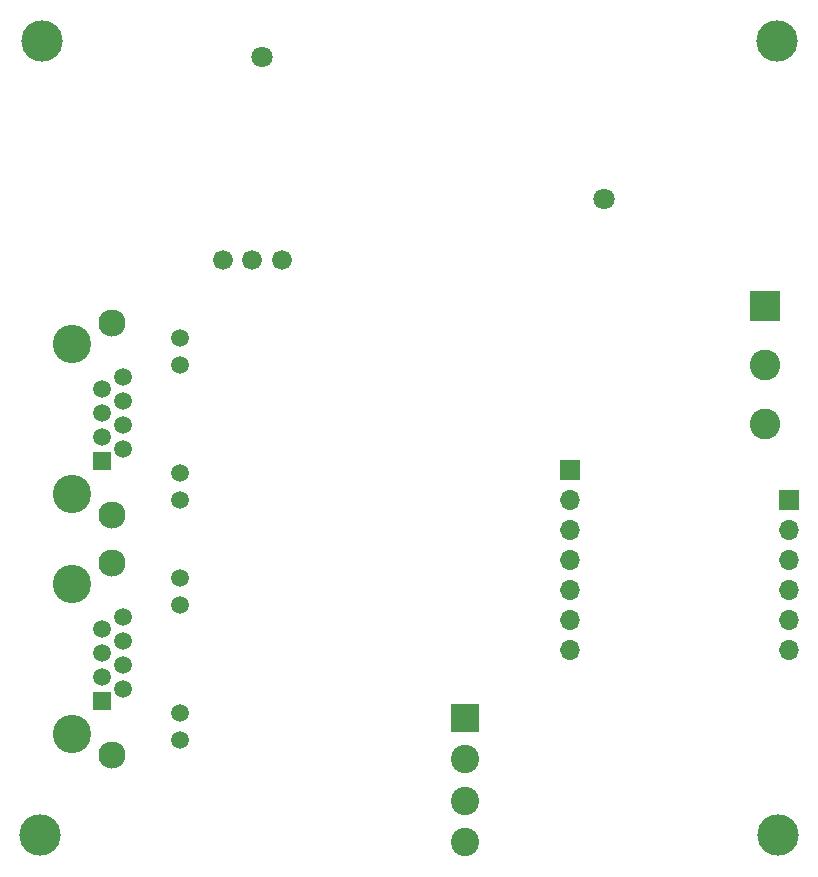
<source format=gbr>
%TF.GenerationSoftware,KiCad,Pcbnew,7.0.9*%
%TF.CreationDate,2024-04-08T21:40:24-04:00*%
%TF.ProjectId,WIRED-NAU7802-board-revB1,57495245-442d-44e4-9155-373830322d62,Rev B1*%
%TF.SameCoordinates,Original*%
%TF.FileFunction,Soldermask,Bot*%
%TF.FilePolarity,Negative*%
%FSLAX46Y46*%
G04 Gerber Fmt 4.6, Leading zero omitted, Abs format (unit mm)*
G04 Created by KiCad (PCBNEW 7.0.9) date 2024-04-08 21:40:24*
%MOMM*%
%LPD*%
G01*
G04 APERTURE LIST*
%ADD10C,3.250000*%
%ADD11R,1.500000X1.500000*%
%ADD12C,1.500000*%
%ADD13C,2.300000*%
%ADD14C,1.680000*%
%ADD15C,1.800000*%
%ADD16R,2.600000X2.600000*%
%ADD17C,2.600000*%
%ADD18C,3.500000*%
%ADD19R,1.700000X1.700000*%
%ADD20O,1.700000X1.700000*%
%ADD21R,2.400000X2.400000*%
%ADD22C,2.400000*%
G04 APERTURE END LIST*
D10*
%TO.C,J6*%
X127258000Y-96522000D03*
X127258000Y-109222000D03*
D11*
X129798000Y-106432000D03*
D12*
X131578000Y-105416000D03*
X129798000Y-104400000D03*
X131578000Y-103384000D03*
X129798000Y-102368000D03*
X131578000Y-101352000D03*
X129798000Y-100336000D03*
X131578000Y-99320000D03*
X136398000Y-109732000D03*
X136398000Y-107442000D03*
X136398000Y-98302000D03*
X136398000Y-96012000D03*
D13*
X130688000Y-111002000D03*
X130688000Y-94742000D03*
%TD*%
D10*
%TO.C,J4*%
X127258000Y-116842000D03*
X127258000Y-129542000D03*
D11*
X129798000Y-126752000D03*
D12*
X131578000Y-125736000D03*
X129798000Y-124720000D03*
X131578000Y-123704000D03*
X129798000Y-122688000D03*
X131578000Y-121672000D03*
X129798000Y-120656000D03*
X131578000Y-119640000D03*
X136398000Y-130052000D03*
X136398000Y-127762000D03*
X136398000Y-118622000D03*
X136398000Y-116332000D03*
D13*
X130688000Y-131322000D03*
X130688000Y-115062000D03*
%TD*%
D14*
%TO.C,IC1*%
X140044000Y-89436000D03*
X142544000Y-89436000D03*
X145044000Y-89436000D03*
D15*
X143344000Y-72236000D03*
X172344000Y-84236000D03*
%TD*%
D16*
%TO.C,J5*%
X185928000Y-93298000D03*
D17*
X185928000Y-98298000D03*
X185928000Y-103298000D03*
%TD*%
D18*
%TO.C,H2*%
X186944000Y-70866000D03*
%TD*%
D19*
%TO.C,J3*%
X187960000Y-109728000D03*
D20*
X187960000Y-112268000D03*
X187960000Y-114808000D03*
X187960000Y-117348000D03*
X187960000Y-119888000D03*
X187960000Y-122428000D03*
%TD*%
D18*
%TO.C,H3*%
X187076000Y-138084000D03*
%TD*%
D19*
%TO.C,J2*%
X169418000Y-107183000D03*
D20*
X169418000Y-109723000D03*
X169418000Y-112263000D03*
X169418000Y-114803000D03*
X169418000Y-117343000D03*
X169418000Y-119883000D03*
X169418000Y-122423000D03*
%TD*%
D18*
%TO.C,H1*%
X124714000Y-70866000D03*
%TD*%
%TO.C,H4*%
X124592000Y-138084000D03*
%TD*%
D21*
%TO.C,J1*%
X160528000Y-128184000D03*
D22*
X160528000Y-131684000D03*
X160528000Y-135184000D03*
X160528000Y-138684000D03*
%TD*%
M02*

</source>
